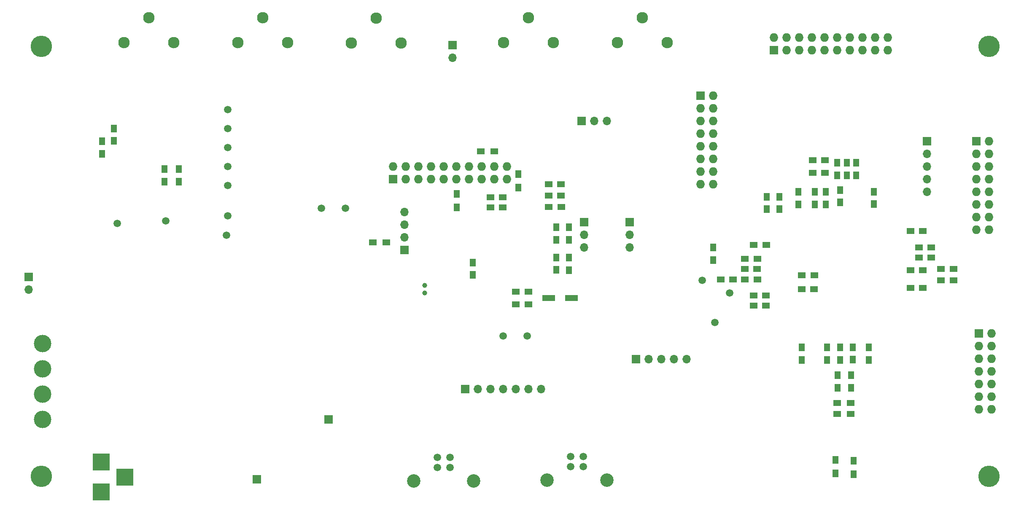
<source format=gbr>
G04 #@! TF.FileFunction,Soldermask,Bot*
%FSLAX46Y46*%
G04 Gerber Fmt 4.6, Leading zero omitted, Abs format (unit mm)*
G04 Created by KiCad (PCBNEW 4.0.7-e2-6376~58~ubuntu16.04.1) date Thu Jan  2 16:42:05 2020*
%MOMM*%
%LPD*%
G01*
G04 APERTURE LIST*
%ADD10C,0.100000*%
%ADD11C,4.300000*%
%ADD12C,1.500000*%
%ADD13R,1.727200X1.727200*%
%ADD14O,1.727200X1.727200*%
%ADD15R,1.700000X1.700000*%
%ADD16O,1.700000X1.700000*%
%ADD17R,1.250000X1.500000*%
%ADD18C,1.000000*%
%ADD19C,1.520000*%
%ADD20C,2.700000*%
%ADD21R,1.500000X1.300000*%
%ADD22R,1.300000X1.500000*%
%ADD23R,1.500000X1.250000*%
%ADD24R,2.598420X1.198880*%
%ADD25R,2.600960X1.198880*%
%ADD26C,2.300000*%
%ADD27R,3.500000X3.500000*%
%ADD28C,3.500000*%
G04 APERTURE END LIST*
D10*
D11*
X57150000Y-59690000D03*
X57150000Y-146050000D03*
X247396000Y-146050000D03*
D12*
X94361000Y-97663000D03*
D13*
X204216000Y-60452000D03*
D14*
X204216000Y-57912000D03*
X206756000Y-60452000D03*
X206756000Y-57912000D03*
X209296000Y-60452000D03*
X209296000Y-57912000D03*
X211836000Y-60452000D03*
X211836000Y-57912000D03*
X214376000Y-60452000D03*
X214376000Y-57912000D03*
X216916000Y-60452000D03*
X216916000Y-57912000D03*
X219456000Y-60452000D03*
X219456000Y-57912000D03*
X221996000Y-60452000D03*
X221996000Y-57912000D03*
X224536000Y-60452000D03*
X224536000Y-57912000D03*
X227076000Y-60452000D03*
X227076000Y-57912000D03*
D13*
X189484000Y-69596000D03*
D14*
X192024000Y-69596000D03*
X189484000Y-72136000D03*
X192024000Y-72136000D03*
X189484000Y-74676000D03*
X192024000Y-74676000D03*
X189484000Y-77216000D03*
X192024000Y-77216000D03*
X189484000Y-79756000D03*
X192024000Y-79756000D03*
X189484000Y-82296000D03*
X192024000Y-82296000D03*
X189484000Y-84836000D03*
X192024000Y-84836000D03*
X189484000Y-87376000D03*
X192024000Y-87376000D03*
D15*
X166116000Y-94996000D03*
D16*
X166116000Y-97536000D03*
X166116000Y-100076000D03*
D15*
X175260000Y-94996000D03*
D16*
X175260000Y-97536000D03*
X175260000Y-100076000D03*
D17*
X160528000Y-102108000D03*
X160528000Y-104608000D03*
X143764000Y-105624000D03*
X143764000Y-103124000D03*
D15*
X130048000Y-100584000D03*
D16*
X130048000Y-98044000D03*
X130048000Y-95504000D03*
X130048000Y-92964000D03*
D18*
X134112000Y-107696000D03*
X134112000Y-109196000D03*
D13*
X127762000Y-86360000D03*
D14*
X127762000Y-83820000D03*
X130302000Y-86360000D03*
X130302000Y-83820000D03*
X132842000Y-86360000D03*
X132842000Y-83820000D03*
X135382000Y-86360000D03*
X135382000Y-83820000D03*
X137922000Y-86360000D03*
X137922000Y-83820000D03*
X140462000Y-86360000D03*
X140462000Y-83820000D03*
X143002000Y-86360000D03*
X143002000Y-83820000D03*
X145542000Y-86360000D03*
X145542000Y-83820000D03*
X148082000Y-86360000D03*
X148082000Y-83820000D03*
X150622000Y-86360000D03*
X150622000Y-83820000D03*
D19*
X136652000Y-142272000D03*
X139192000Y-142272000D03*
X139192000Y-144272000D03*
X136652000Y-144272000D03*
D20*
X131922000Y-146972000D03*
X143922000Y-146972000D03*
D15*
X142240000Y-128524000D03*
D16*
X144780000Y-128524000D03*
X147320000Y-128524000D03*
X149860000Y-128524000D03*
X152400000Y-128524000D03*
X154940000Y-128524000D03*
X157480000Y-128524000D03*
D15*
X165608000Y-74676000D03*
D16*
X168148000Y-74676000D03*
X170688000Y-74676000D03*
D12*
X149860000Y-117856000D03*
X154740000Y-117856000D03*
D21*
X219616000Y-131318000D03*
X216916000Y-131318000D03*
D13*
X245364000Y-117348000D03*
D14*
X247904000Y-117348000D03*
X245364000Y-119888000D03*
X247904000Y-119888000D03*
X245364000Y-122428000D03*
X247904000Y-122428000D03*
X245364000Y-124968000D03*
X247904000Y-124968000D03*
X245364000Y-127508000D03*
X247904000Y-127508000D03*
X245364000Y-130048000D03*
X247904000Y-130048000D03*
X245364000Y-132588000D03*
X247904000Y-132588000D03*
D21*
X219616000Y-133505474D03*
X216916000Y-133505474D03*
D22*
X220199227Y-145627998D03*
X220199227Y-142927998D03*
X216576226Y-145495000D03*
X216576226Y-142795000D03*
D19*
X163418000Y-142112000D03*
X165958000Y-142112000D03*
X165958000Y-144112000D03*
X163418000Y-144112000D03*
D20*
X158688000Y-146812000D03*
X170688000Y-146812000D03*
D23*
X200914000Y-106553000D03*
X198414000Y-106553000D03*
D24*
X159004000Y-110236000D03*
D25*
X163606480Y-110236000D03*
D17*
X163068000Y-102148000D03*
X163068000Y-104648000D03*
D23*
X154940000Y-111492222D03*
X152440000Y-111492222D03*
X154940000Y-108952222D03*
X152440000Y-108952222D03*
D17*
X220091000Y-120142000D03*
X220091000Y-122642000D03*
X217015188Y-125777476D03*
X217015188Y-128277476D03*
X219762577Y-125766905D03*
X219762577Y-128266905D03*
X217551000Y-120182000D03*
X217551000Y-122682000D03*
D23*
X159004000Y-87376000D03*
X161504000Y-87376000D03*
X159004000Y-89662000D03*
X161504000Y-89662000D03*
D17*
X163068000Y-96052000D03*
X163068000Y-98552000D03*
D23*
X159044000Y-91948000D03*
X161544000Y-91948000D03*
D17*
X160528000Y-96052000D03*
X160528000Y-98552000D03*
D23*
X147320000Y-90043000D03*
X149820000Y-90043000D03*
X147320000Y-92075000D03*
X149820000Y-92075000D03*
D15*
X139700000Y-59436000D03*
D16*
X139700000Y-61976000D03*
D26*
X154940000Y-53975000D03*
X159940000Y-58975000D03*
X149940000Y-58975000D03*
X177800000Y-53975000D03*
X182800000Y-58975000D03*
X172800000Y-58975000D03*
D12*
X195326000Y-109220000D03*
D26*
X124380000Y-54055000D03*
X129380000Y-59055000D03*
X119380000Y-59055000D03*
D17*
X212471000Y-91420000D03*
X212471000Y-88920000D03*
X202819000Y-92416000D03*
X202819000Y-89916000D03*
X214630000Y-91440000D03*
X214630000Y-88940000D03*
X205359000Y-92416000D03*
X205359000Y-89916000D03*
D12*
X192405000Y-115189000D03*
X189865000Y-106680000D03*
D17*
X192024000Y-100116000D03*
X192024000Y-102616000D03*
D23*
X200903275Y-102362000D03*
X198403275Y-102362000D03*
X200883275Y-104442885D03*
X198383275Y-104442885D03*
X196048000Y-106553000D03*
X193548000Y-106553000D03*
X212003000Y-85066564D03*
X214503000Y-85066564D03*
X237764000Y-106680000D03*
X240264000Y-106680000D03*
X233339000Y-100076000D03*
X235839000Y-100076000D03*
X209824000Y-105664000D03*
X212324000Y-105664000D03*
X233339000Y-102108000D03*
X235839000Y-102108000D03*
D13*
X244856000Y-78740000D03*
D14*
X247396000Y-78740000D03*
X244856000Y-81280000D03*
X247396000Y-81280000D03*
X244856000Y-83820000D03*
X247396000Y-83820000D03*
X244856000Y-86360000D03*
X247396000Y-86360000D03*
X244856000Y-88900000D03*
X247396000Y-88900000D03*
X244856000Y-91440000D03*
X247396000Y-91440000D03*
X244856000Y-93980000D03*
X247396000Y-93980000D03*
X244856000Y-96520000D03*
X247396000Y-96520000D03*
D17*
X218867494Y-85579042D03*
X218867494Y-83079042D03*
X220706000Y-85578000D03*
X220706000Y-83078000D03*
D23*
X212003000Y-82550000D03*
X214503000Y-82550000D03*
D17*
X216962494Y-85579042D03*
X216962494Y-83079042D03*
D15*
X100457000Y-146685000D03*
X114808000Y-134620000D03*
D27*
X69215000Y-143225000D03*
X69215000Y-149225000D03*
X73915000Y-146225000D03*
D28*
X57404000Y-134620000D03*
X57404000Y-129540000D03*
X57404000Y-124460000D03*
X57404000Y-119380000D03*
D22*
X152908000Y-88091000D03*
X152908000Y-85391000D03*
D21*
X148115000Y-80772000D03*
X145415000Y-80772000D03*
D15*
X54610000Y-106045000D03*
D16*
X54610000Y-108585000D03*
D22*
X140589000Y-89328000D03*
X140589000Y-92028000D03*
D12*
X113357000Y-92202000D03*
X118237000Y-92202000D03*
X94615000Y-83820000D03*
X94615000Y-80010000D03*
D17*
X71755000Y-76200000D03*
X71755000Y-78700000D03*
X69342000Y-78780000D03*
X69342000Y-81280000D03*
D12*
X82169000Y-94742000D03*
X94615000Y-72390000D03*
X94615000Y-76200000D03*
D17*
X84742112Y-84348000D03*
X84742112Y-86848000D03*
X81915000Y-84348000D03*
X81915000Y-86848000D03*
D12*
X72390000Y-95250000D03*
D26*
X78740000Y-53975000D03*
X83740000Y-58975000D03*
X73740000Y-58975000D03*
X101600000Y-53975000D03*
X106600000Y-58975000D03*
X96600000Y-58975000D03*
D12*
X94615000Y-87630000D03*
X94615000Y-93726000D03*
D23*
X237764000Y-104394000D03*
X240264000Y-104394000D03*
X209804000Y-108458000D03*
X212304000Y-108458000D03*
X202692000Y-99568000D03*
X200192000Y-99568000D03*
X202652000Y-109728000D03*
X200152000Y-109728000D03*
X202652000Y-111760000D03*
X200152000Y-111760000D03*
X231648000Y-108204000D03*
X234148000Y-108204000D03*
X231648000Y-104648000D03*
X234148000Y-104648000D03*
X231648000Y-96774000D03*
X234148000Y-96774000D03*
D17*
X224262000Y-91400000D03*
X224262000Y-88900000D03*
X217551000Y-91059000D03*
X217551000Y-88559000D03*
X209169000Y-91440000D03*
X209169000Y-88940000D03*
X209804000Y-120162000D03*
X209804000Y-122662000D03*
X214884000Y-120162000D03*
X214884000Y-122662000D03*
X223286000Y-120162000D03*
X223286000Y-122662000D03*
D11*
X247396000Y-59690000D03*
D21*
X126398000Y-99060000D03*
X123698000Y-99060000D03*
D15*
X234950000Y-78740000D03*
D16*
X234950000Y-81280000D03*
X234950000Y-83820000D03*
X234950000Y-86360000D03*
X234950000Y-88900000D03*
D15*
X176530000Y-122555000D03*
D16*
X179070000Y-122555000D03*
X181610000Y-122555000D03*
X184150000Y-122555000D03*
X186690000Y-122555000D03*
M02*

</source>
